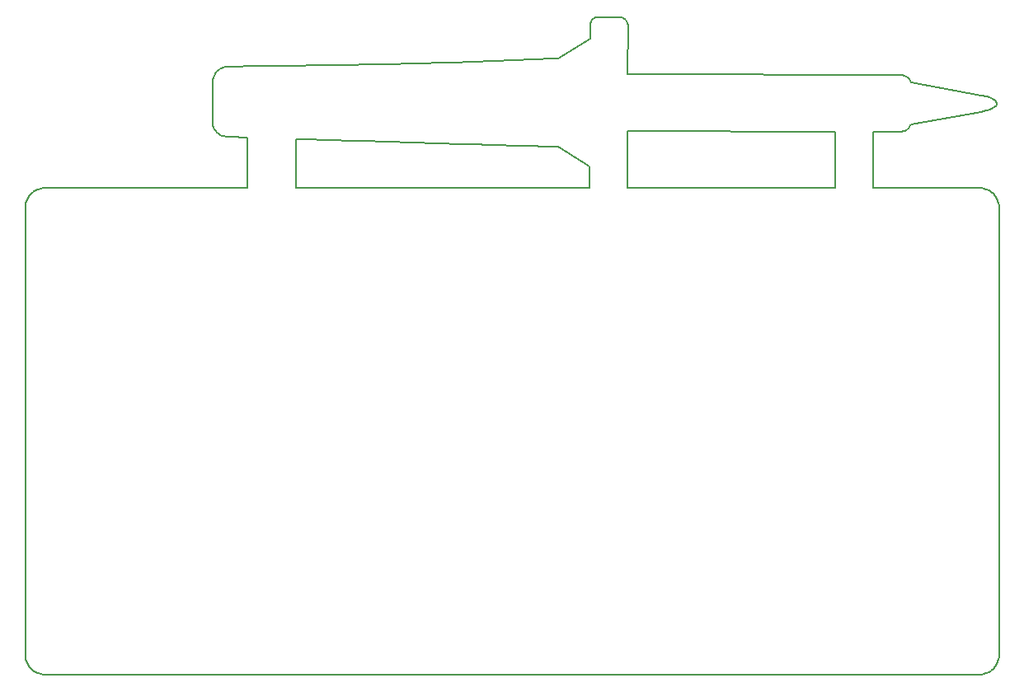
<source format=gbr>
%TF.GenerationSoftware,KiCad,Pcbnew,5.1.8*%
%TF.CreationDate,2020-11-27T20:44:41+01:00*%
%TF.ProjectId,SawToothOrganDIP,53617754-6f6f-4746-984f-7267616e4449,rev?*%
%TF.SameCoordinates,Original*%
%TF.FileFunction,Profile,NP*%
%FSLAX46Y46*%
G04 Gerber Fmt 4.6, Leading zero omitted, Abs format (unit mm)*
G04 Created by KiCad (PCBNEW 5.1.8) date 2020-11-27 20:44:41*
%MOMM*%
%LPD*%
G01*
G04 APERTURE LIST*
%TA.AperFunction,Profile*%
%ADD10C,0.200000*%
%TD*%
G04 APERTURE END LIST*
D10*
X167029194Y-103379639D02*
X167029194Y-103379639D01*
X167029194Y-108425843D02*
X167029194Y-103379639D01*
X197224254Y-108425843D02*
X167029194Y-108425843D01*
X197224254Y-107595919D02*
X197224254Y-108425843D01*
X197224254Y-107375778D02*
X197224254Y-107595919D01*
X197224770Y-106529318D02*
X197224254Y-107375778D01*
X197224770Y-106215125D02*
X197224770Y-106529318D01*
X158499483Y-100107487D02*
X158499483Y-101773018D01*
X158499483Y-100000000D02*
X158500000Y-100000000D01*
X139260345Y-156426020D02*
X139270637Y-156631072D01*
X139270637Y-156631072D02*
X139300854Y-156830068D01*
X139300854Y-156830068D02*
X139381368Y-157115045D01*
X139381368Y-157115045D02*
X139501134Y-157380829D01*
X139501134Y-157380829D02*
X139656808Y-157624080D01*
X139656808Y-157624080D02*
X139845042Y-157841457D01*
X139845042Y-157841457D02*
X140062491Y-158029620D01*
X140062491Y-158029620D02*
X140305809Y-158185226D01*
X140305809Y-158185226D02*
X140571650Y-158304937D01*
X140571650Y-158304937D02*
X140856668Y-158385410D01*
X140856668Y-158385410D02*
X141055681Y-158415610D01*
X141055681Y-158415610D02*
X141260740Y-158425897D01*
X162028984Y-108425843D02*
X141260740Y-108425843D01*
X198083118Y-90869290D02*
X197876987Y-90894375D01*
X197876987Y-90894375D02*
X197656464Y-90986665D01*
X197656464Y-90986665D02*
X197475085Y-91136441D01*
X197475085Y-91136441D02*
X197343298Y-91332738D01*
X197343298Y-91332738D02*
X197278898Y-91523947D01*
X197278898Y-91523947D02*
X197261463Y-91690429D01*
X193966056Y-95084537D02*
X192957627Y-95136897D01*
X192957627Y-95136897D02*
X191942149Y-95186796D01*
X191942149Y-95186796D02*
X190919992Y-95234315D01*
X190919992Y-95234315D02*
X189891528Y-95279534D01*
X189891528Y-95279534D02*
X188857129Y-95322535D01*
X188857129Y-95322535D02*
X187817165Y-95363399D01*
X187817165Y-95363399D02*
X186772009Y-95402206D01*
X186772009Y-95402206D02*
X185722032Y-95439039D01*
X185722032Y-95439039D02*
X184667605Y-95473977D01*
X184667605Y-95473977D02*
X183609100Y-95507103D01*
X183609100Y-95507103D02*
X182546888Y-95538497D01*
X182546888Y-95538497D02*
X181481340Y-95568240D01*
X181481340Y-95568240D02*
X180412829Y-95596414D01*
X180412829Y-95596414D02*
X179341725Y-95623099D01*
X179341725Y-95623099D02*
X178268400Y-95648376D01*
X178268400Y-95648376D02*
X177193226Y-95672328D01*
X177193226Y-95672328D02*
X176116574Y-95695034D01*
X176116574Y-95695034D02*
X175038815Y-95716576D01*
X175038815Y-95716576D02*
X173960322Y-95737034D01*
X173960322Y-95737034D02*
X172881464Y-95756491D01*
X172881464Y-95756491D02*
X171802614Y-95775027D01*
X171802614Y-95775027D02*
X170724144Y-95792723D01*
X170724144Y-95792723D02*
X169646424Y-95809660D01*
X169646424Y-95809660D02*
X168569827Y-95825920D01*
X168569827Y-95825920D02*
X167494723Y-95841583D01*
X167494723Y-95841583D02*
X166421485Y-95856731D01*
X166421485Y-95856731D02*
X165350483Y-95871444D01*
X165350483Y-95871444D02*
X164282089Y-95885804D01*
X164282089Y-95885804D02*
X163216675Y-95899891D01*
X163216675Y-95899891D02*
X162154611Y-95913788D01*
X162154611Y-95913788D02*
X161096270Y-95927574D01*
X161096270Y-95927574D02*
X160042024Y-95941332D01*
X197261463Y-91690429D02*
X197253195Y-93070707D01*
X160042024Y-95941332D02*
X159807204Y-95961552D01*
X159807204Y-95961552D02*
X159584215Y-96014341D01*
X159584215Y-96014341D02*
X159375482Y-96097306D01*
X159375482Y-96097306D02*
X159183429Y-96208054D01*
X159183429Y-96208054D02*
X159010478Y-96344192D01*
X159010478Y-96344192D02*
X158859055Y-96503328D01*
X158859055Y-96503328D02*
X158731582Y-96683069D01*
X158731582Y-96683069D02*
X158630484Y-96881023D01*
X158630484Y-96881023D02*
X158558185Y-97094795D01*
X158558185Y-97094795D02*
X158517109Y-97321995D01*
X158517109Y-97321995D02*
X158508268Y-97479740D01*
X158508268Y-97479740D02*
X158501033Y-98556677D01*
X197253195Y-93070707D02*
X193966056Y-95084537D01*
X158501033Y-98556677D02*
X158499483Y-98556677D01*
X162028984Y-103224610D02*
X162028984Y-108425843D01*
X158499483Y-101773018D02*
X158535330Y-101986123D01*
X158535330Y-101986123D02*
X158599418Y-102187460D01*
X158599418Y-102187460D02*
X158689640Y-102375169D01*
X158689640Y-102375169D02*
X158803888Y-102547393D01*
X158803888Y-102547393D02*
X158940055Y-102702272D01*
X158940055Y-102702272D02*
X159096032Y-102837948D01*
X159096032Y-102837948D02*
X159269712Y-102952563D01*
X159269712Y-102952563D02*
X159458988Y-103044259D01*
X159458988Y-103044259D02*
X159661751Y-103111177D01*
X159661751Y-103111177D02*
X159875894Y-103151459D01*
X159875894Y-103151459D02*
X160023938Y-103162598D01*
X141260740Y-108425843D02*
X141055681Y-108436129D01*
X141055681Y-108436129D02*
X140856668Y-108466329D01*
X140856668Y-108466329D02*
X140571650Y-108546802D01*
X140571650Y-108546802D02*
X140305809Y-108666513D01*
X140305809Y-108666513D02*
X140062491Y-108822119D01*
X140062491Y-108822119D02*
X139845042Y-109010282D01*
X139845042Y-109010282D02*
X139656808Y-109227659D01*
X139656808Y-109227659D02*
X139501134Y-109470910D01*
X139501134Y-109470910D02*
X139381368Y-109736695D01*
X139381368Y-109736695D02*
X139300854Y-110021671D01*
X139300854Y-110021671D02*
X139270637Y-110220668D01*
X139270637Y-110220668D02*
X139260345Y-110425721D01*
X158499483Y-98556677D02*
X158499483Y-100000000D01*
X229227472Y-96817765D02*
X201123758Y-96745418D01*
X201134095Y-91699214D02*
X201108300Y-91493007D01*
X201108300Y-91493007D02*
X201034472Y-91306658D01*
X201034472Y-91306658D02*
X200891766Y-91117858D01*
X200891766Y-91117858D02*
X200700797Y-90977019D01*
X200700797Y-90977019D02*
X200513016Y-90903910D01*
X200513016Y-90903910D02*
X200306238Y-90877558D01*
X230194339Y-97579992D02*
X230194339Y-97588777D01*
X237404752Y-98899292D02*
X230194339Y-97579992D01*
X237404752Y-98900842D02*
X237404752Y-98899292D01*
X230194339Y-97588777D02*
X230126632Y-97390579D01*
X230126632Y-97390579D02*
X230021045Y-97214030D01*
X230021045Y-97214030D02*
X229882353Y-97063998D01*
X229882353Y-97063998D02*
X229715332Y-96945350D01*
X229715332Y-96945350D02*
X229524756Y-96862952D01*
X229524756Y-96862952D02*
X229315402Y-96821673D01*
X229315402Y-96821673D02*
X229227472Y-96817765D01*
X237390284Y-100580326D02*
X237390284Y-100578259D01*
X230183486Y-101863452D02*
X237390284Y-100580326D01*
X230183486Y-101855701D02*
X230183486Y-101863452D01*
X139260345Y-110425721D02*
X139260345Y-156426020D01*
X193939701Y-104183724D02*
X197224770Y-106215125D01*
X201112908Y-102558500D02*
X201112908Y-102558500D01*
X201096887Y-107375778D02*
X201112908Y-102558500D01*
X201098953Y-107375778D02*
X201096887Y-107375778D01*
X201098953Y-108425843D02*
X201098953Y-107375778D01*
X222457342Y-108425843D02*
X201098953Y-108425843D01*
X222457342Y-102608110D02*
X222457342Y-108425843D01*
X201112908Y-102558500D02*
X222457342Y-102608110D01*
X167029194Y-103379639D02*
X167883513Y-103406256D01*
X167883513Y-103406256D02*
X168738292Y-103432888D01*
X168738292Y-103432888D02*
X169593398Y-103459522D01*
X169593398Y-103459522D02*
X170448699Y-103486148D01*
X170448699Y-103486148D02*
X171304063Y-103512754D01*
X171304063Y-103512754D02*
X172159358Y-103539331D01*
X172159358Y-103539331D02*
X173014452Y-103565866D01*
X173014452Y-103565866D02*
X173869211Y-103592349D01*
X173869211Y-103592349D02*
X174723505Y-103618769D01*
X174723505Y-103618769D02*
X175577201Y-103645114D01*
X175577201Y-103645114D02*
X176430167Y-103671375D01*
X176430167Y-103671375D02*
X177282270Y-103697539D01*
X177282270Y-103697539D02*
X178133379Y-103723597D01*
X178133379Y-103723597D02*
X178983361Y-103749536D01*
X178983361Y-103749536D02*
X179832084Y-103775346D01*
X179832084Y-103775346D02*
X180679417Y-103801016D01*
X180679417Y-103801016D02*
X181525226Y-103826535D01*
X181525226Y-103826535D02*
X182369379Y-103851892D01*
X182369379Y-103851892D02*
X183211746Y-103877076D01*
X183211746Y-103877076D02*
X184052192Y-103902076D01*
X184052192Y-103902076D02*
X184890587Y-103926881D01*
X184890587Y-103926881D02*
X185726797Y-103951480D01*
X185726797Y-103951480D02*
X186560691Y-103975862D01*
X186560691Y-103975862D02*
X187392137Y-104000016D01*
X187392137Y-104000016D02*
X188221002Y-104023931D01*
X188221002Y-104023931D02*
X189047155Y-104047596D01*
X189047155Y-104047596D02*
X189870463Y-104071000D01*
X189870463Y-104071000D02*
X190690793Y-104094132D01*
X190690793Y-104094132D02*
X191508014Y-104116982D01*
X191508014Y-104116982D02*
X192321994Y-104139538D01*
X192321994Y-104139538D02*
X193132600Y-104161788D01*
X193132600Y-104161788D02*
X193939701Y-104183724D01*
X198083118Y-90869290D02*
X198083118Y-90869290D01*
X200306238Y-90877558D02*
X198083118Y-90869290D01*
X201123758Y-96745418D02*
X201134095Y-91699214D01*
X239035662Y-99743685D02*
X238963837Y-99550844D01*
X238963837Y-99550844D02*
X238817806Y-99407709D01*
X238817806Y-99407709D02*
X238613025Y-99277070D01*
X238613025Y-99277070D02*
X238431981Y-99188734D01*
X238431981Y-99188734D02*
X238236046Y-99109787D01*
X238236046Y-99109787D02*
X238033002Y-99041239D01*
X238033002Y-99041239D02*
X237830630Y-98984103D01*
X237830630Y-98984103D02*
X237575295Y-98927419D01*
X237575295Y-98927419D02*
X237404752Y-98900842D01*
X237260059Y-158425897D02*
X237465111Y-158415610D01*
X237465111Y-158415610D02*
X237664107Y-158385410D01*
X237664107Y-158385410D02*
X237949084Y-158304937D01*
X237949084Y-158304937D02*
X238214868Y-158185226D01*
X238214868Y-158185226D02*
X238458119Y-158029620D01*
X238458119Y-158029620D02*
X238675496Y-157841457D01*
X238675496Y-157841457D02*
X238863659Y-157624080D01*
X238863659Y-157624080D02*
X239019265Y-157380829D01*
X239019265Y-157380829D02*
X239138976Y-157115045D01*
X239138976Y-157115045D02*
X239219449Y-156830068D01*
X239219449Y-156830068D02*
X239249649Y-156631072D01*
X239249649Y-156631072D02*
X239259936Y-156426020D01*
X237390284Y-100578259D02*
X237622584Y-100541478D01*
X237622584Y-100541478D02*
X237884798Y-100480785D01*
X237884798Y-100480785D02*
X238089804Y-100420960D01*
X238089804Y-100420960D02*
X238293168Y-100349957D01*
X238293168Y-100349957D02*
X238486976Y-100268747D01*
X238486976Y-100268747D02*
X238716842Y-100146274D01*
X238716842Y-100146274D02*
X238896888Y-100009696D01*
X238896888Y-100009696D02*
X239023306Y-99822653D01*
X239023306Y-99822653D02*
X239035662Y-99743685D01*
X226343410Y-102616895D02*
X229209904Y-102623612D01*
X226343410Y-108425843D02*
X226343410Y-102616895D01*
X237260059Y-108425843D02*
X226343410Y-108425843D01*
X229209904Y-102623612D02*
X229425389Y-102600877D01*
X229425389Y-102600877D02*
X229624685Y-102534907D01*
X229624685Y-102534907D02*
X229802829Y-102430621D01*
X229802829Y-102430621D02*
X229954858Y-102292940D01*
X229954858Y-102292940D02*
X230075810Y-102126785D01*
X230075810Y-102126785D02*
X230160723Y-101937077D01*
X230160723Y-101937077D02*
X230183486Y-101855701D01*
X239259936Y-156426020D02*
X239259936Y-110425721D01*
X160023938Y-103162598D02*
X160272548Y-103170274D01*
X160272548Y-103170274D02*
X160522585Y-103177996D01*
X160522585Y-103177996D02*
X160773625Y-103185751D01*
X160773625Y-103185751D02*
X161025243Y-103193528D01*
X161025243Y-103193528D02*
X161277012Y-103201314D01*
X161277012Y-103201314D02*
X161528509Y-103209098D01*
X161528509Y-103209098D02*
X161779308Y-103216867D01*
X161779308Y-103216867D02*
X162028984Y-103224610D01*
X239259936Y-110425721D02*
X239249649Y-110220668D01*
X239249649Y-110220668D02*
X239219449Y-110021671D01*
X239219449Y-110021671D02*
X239138976Y-109736695D01*
X239138976Y-109736695D02*
X239019265Y-109470910D01*
X239019265Y-109470910D02*
X238863659Y-109227659D01*
X238863659Y-109227659D02*
X238675496Y-109010282D01*
X238675496Y-109010282D02*
X238458119Y-108822119D01*
X238458119Y-108822119D02*
X238214868Y-108666513D01*
X238214868Y-108666513D02*
X237949084Y-108546802D01*
X237949084Y-108546802D02*
X237664107Y-108466329D01*
X237664107Y-108466329D02*
X237465111Y-108436129D01*
X237465111Y-108436129D02*
X237260059Y-108425843D01*
X141260740Y-158425897D02*
X237260059Y-158425897D01*
X158500000Y-100000000D02*
X158499483Y-100107487D01*
M02*

</source>
